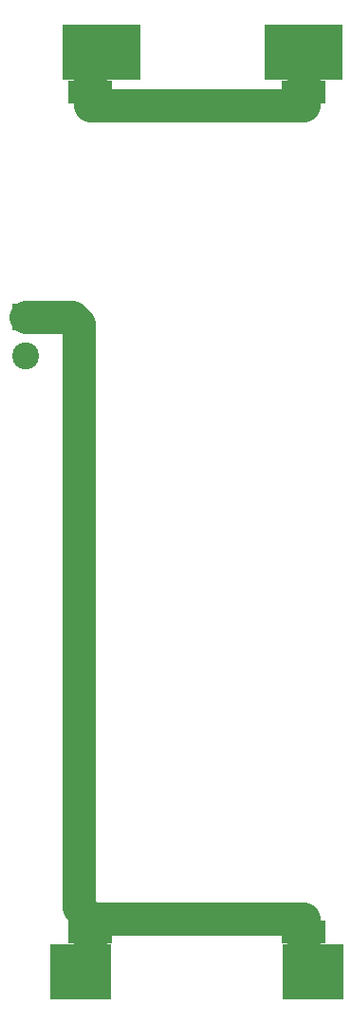
<source format=gtl>
%TF.GenerationSoftware,KiCad,Pcbnew,4.0.4-stable*%
%TF.CreationDate,2017-05-07T02:49:31+03:00*%
%TF.ProjectId,18650_pcb,31383635305F7063622E6B696361645F,rev?*%
%TF.FileFunction,Copper,L1,Top,Signal*%
%FSLAX46Y46*%
G04 Gerber Fmt 4.6, Leading zero omitted, Abs format (unit mm)*
G04 Created by KiCad (PCBNEW 4.0.4-stable) date 05/07/17 02:49:31*
%MOMM*%
%LPD*%
G01*
G04 APERTURE LIST*
%ADD10C,0.200000*%
%ADD11C,2.500000*%
%ADD12R,7.000000X5.000000*%
%ADD13R,5.400000X5.000000*%
%ADD14R,4.000000X2.000000*%
%ADD15C,2.400000*%
%ADD16R,2.400000X2.400000*%
%ADD17C,3.000000*%
G04 APERTURE END LIST*
D10*
D11*
X140450000Y-63750000D03*
X159550000Y-63750000D03*
X140450000Y-136250000D03*
X159550000Y-136250000D03*
D12*
X141450000Y-59000000D03*
X159550000Y-59000000D03*
D13*
X139650000Y-141000000D03*
X160350000Y-141000000D03*
D14*
X140450000Y-62500000D03*
X159550000Y-62500000D03*
X140450000Y-137500000D03*
X159550000Y-137500000D03*
D15*
X134678620Y-86108040D03*
D16*
X134678620Y-82608040D03*
D17*
X140450000Y-63750000D02*
X159550000Y-63750000D01*
X140450000Y-59000000D02*
X140450000Y-63750000D01*
X159550000Y-59000000D02*
X159550000Y-63750000D01*
X134678620Y-82608040D02*
X138878620Y-82608040D01*
X138878620Y-82608040D02*
X139478620Y-83208040D01*
X139478620Y-83208040D02*
X139478620Y-135278620D01*
X139478620Y-135278620D02*
X140450000Y-136250000D01*
X159550000Y-136250000D02*
X159550000Y-141000000D01*
X140450000Y-136250000D02*
X159550000Y-136250000D01*
X140450000Y-141000000D02*
X140450000Y-136250000D01*
M02*

</source>
